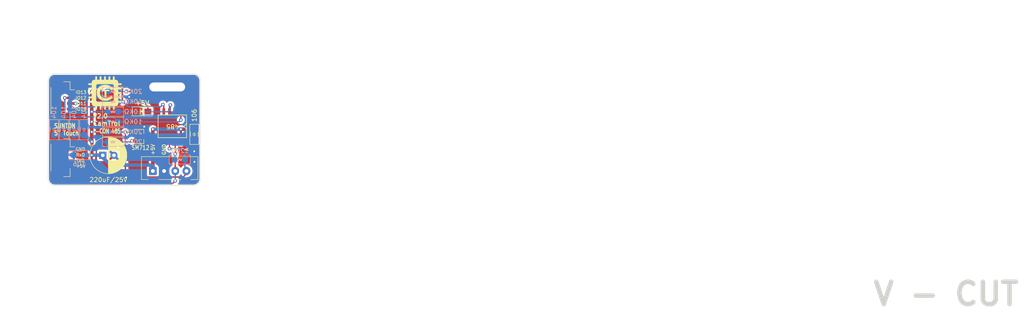
<source format=kicad_pcb>
(kicad_pcb (version 20240108) (generator "pcbnew") (generator_version "8.0")
  (layers (0 "F.Cu" signal) (31 "B.Cu" signal) (34 "B.Paste" user) (35 "F.Paste" user) (36 "B.SilkS" user "B.Silkscreen") (37 "F.SilkS" user "F.Silkscreen") (38 "B.Mask" user) (39 "F.Mask" user) (44 "Edge.Cuts" user))
  (net 0 "")
  (net 1 "GNDPWR")
  (net 2 "Net-(D6-A)")
  (net 3 "+5V")
  (net 4 "/485-B")
  (net 5 "/485-A")
  (net 8 "Net-(J4-Pin_3)")
  (net 9 "Net-(J4-Pin_2)")
  (net 10 "Net-(J4-Pin_1)")
  (footprint "Connector_JST:JST_GH_SM04B-GHS-TB_1x04-1MP_P1.25mm_Horizontal" (layer "F.Cu") (at 42.56 63.01 -90)
    (property "Reference" "J1" (hide yes))
    (property "Value" "Conn_01x04_Pin" (hide yes))
    (property "필드7" "+5V" (at 1.875 -2.93 0) (layer "F.SilkS") (effects (font (size 0.7 0.7) (thickness 0.12)) (justify left)))
    (property "필드8" "TxD" (at 0.625 -3.03 0) (layer "F.SilkS") (effects (font (size 0.7 0.7) (thickness 0.12)) (justify left)))
    (property "필드9" "RxD" (at -0.625 -2.979047 0) (layer "F.SilkS") (effects (font (size 0.7 0.7) (thickness 0.12)) (justify left)))
    (property "필드10" "GND" (at -1.88 -2.86 0) (layer "F.SilkS") (effects (font (size 0.7 0.7) (thickness 0.12)) (justify left)))
    (pad "1" smd roundrect (at -1.875 -1.85 270) (size 0.6 1.7) (layers "F.Cu" "F.Paste" "F.Mask") (net 1 "GNDPWR"))
    (pad "2" smd roundrect (at -0.625 -1.85 270) (size 0.6 1.7) (layers "F.Cu" "F.Paste" "F.Mask"))
    (pad "3" smd roundrect (at 0.625 -1.85 270) (size 0.6 1.7) (layers "F.Cu" "F.Paste" "F.Mask"))
    (pad "4" smd roundrect (at 1.875 -1.85 270) (size 0.6 1.7) (layers "F.Cu" "F.Paste" "F.Mask") (net 3 "+5V"))
    (pad "MP" smd roundrect (at -3.725 1.35 270) (size 1 2.7) (layers "F.Cu" "F.Paste" "F.Mask") (net 1 "GNDPWR"))
    (pad "MP" smd roundrect (at 3.725 1.35 270) (size 1 2.7) (layers "F.Cu" "F.Paste" "F.Mask") (net 1 "GNDPWR"))
  )
  (footprint "Server.pretty:MAX485" (layer "F.Cu") (at 67.095 56 -90)
    (property "Reference" "U4" (hide yes))
    (property "Value" "485" (at 0.05 -0.055 180) (layer "F.SilkS"))
    (pad "1" smd roundrect (at -3.175 -1.905 270) (size 1.75 0.6) (layers "F.Cu" "F.Paste" "F.Mask") (roundrect_rratio 0.273) (net 9 "Net-(J4-Pin_2)"))
    (pad "2" smd roundrect (at -3.175 -0.635 270) (size 1.75 0.6) (layers "F.Cu" "F.Paste" "F.Mask") (roundrect_rratio 0.273) (net 8 "Net-(J4-Pin_3)"))
    (pad "3" smd roundrect (at -3.175 0.635 270) (size 1.75 0.6) (layers "F.Cu" "F.Paste" "F.Mask") (roundrect_rratio 0.273) (net 8 "Net-(J4-Pin_3)"))
    (pad "4" smd roundrect (at -3.175 1.905 270) (size 1.75 0.6) (layers "F.Cu" "F.Paste" "F.Mask") (roundrect_rratio 0.273) (net 10 "Net-(J4-Pin_1)"))
    (pad "5" smd roundrect (at 3.175 1.905 270) (size 1.75 0.6) (layers "F.Cu" "F.Paste" "F.Mask") (roundrect_rratio 0.273) (net 1 "GNDPWR"))
    (pad "6" smd roundrect (at 3.175 0.635 270) (size 1.75 0.6) (layers "F.Cu" "F.Paste" "F.Mask") (roundrect_rratio 0.273) (net 5 "/485-A"))
    (pad "7" smd roundrect (at 3.175 -0.635 270) (size 1.75 0.6) (layers "F.Cu" "F.Paste" "F.Mask") (roundrect_rratio 0.273) (net 4 "/485-B"))
    (pad "8" smd roundrect (at 3.175 -1.905 270) (size 1.75 0.6) (layers "F.Cu" "F.Paste" "F.Mask") (roundrect_rratio 0.273) (net 3 "+5V"))
  )
  (footprint "Server.pretty:XH2.54-4P" (layer "F.Cu") (at 66.56 66)
    (property "Reference" "J11" (hide yes))
    (property "Value" "5267-04P" (hide yes))
    (pad "1" thru_hole roundrect (at -3.81 0) (size 1.7 1.85) (drill 0.85) (layers "*.Cu" "*.Mask") (roundrect_rratio 0.147) (net 3 "+5V"))
    (pad "2" thru_hole oval (at -1.31 0) (size 1.7 1.85) (drill 0.85) (layers "*.Cu" "*.Mask") (net 1 "GNDPWR"))
    (pad "3" thru_hole oval (at 1.19 0) (size 1.7 1.85) (drill 0.85) (layers "*.Cu" "*.Mask") (net 4 "/485-B"))
    (pad "4" thru_hole oval (at 3.69 0) (size 1.7 1.85) (drill 0.85) (layers "*.Cu" "*.Mask") (net 5 "/485-A") (thermal_bridge_width 0.5))
  )
  (footprint "Server.pretty:LM-CON-PAD" (layer "F.Cu") (at 65.95 47.2)
    (property "Reference" "J3" (hide yes))
    (property "Value" "Conn_01x01_Pin" (hide yes))
    (pad "1" thru_hole oval (at 0 0) (size 12 5) (drill oval 8 2) (layers "*.Cu" "*.Mask") (net 1 "GNDPWR"))
  )
  (footprint "Connector_JST:JST_GH_SM04B-GHS-TB_1x04-1MP_P1.25mm_Horizontal" (layer "F.Cu") (at 42.55 50.27 -90)
    (property "Reference" "J4" (hide yes))
    (property "Value" "Conn_01x04_Pin" (hide yes))
    (property "필드7" "IO13" (at -1.875 -2.87 0) (layer "F.SilkS") (effects (font (size 0.7 0.7) (thickness 0.12)) (justify left)))
    (property "필드8" "IO12" (at -0.625 -2.87 0) (layer "F.SilkS") (effects (font (size 0.7 0.7) (thickness 0.12)) (justify left)))
    (property "필드9" "IO11" (at 0.625 -2.87 0) (layer "F.SilkS") (effects (font (size 0.7 0.7) (thickness 0.12)) (justify left)))
    (property "필드10" "IO19" (at 1.875 -2.87 0) (layer "F.SilkS") (effects (font (size 0.7 0.7) (thickness 0.12)) (justify left)))
    (pad "1" smd roundrect (at -1.875 -1.85 270) (size 0.6 1.7) (layers "F.Cu" "F.Paste" "F.Mask") (net 10 "Net-(J4-Pin_1)"))
    (pad "2" smd roundrect (at -0.625 -1.85 270) (size 0.6 1.7) (layers "F.Cu" "F.Paste" "F.Mask") (net 9 "Net-(J4-Pin_2)"))
    (pad "3" smd roundrect (at 0.625 -1.85 270) (size 0.6 1.7) (layers "F.Cu" "F.Paste" "F.Mask") (net 8 "Net-(J4-Pin_3)"))
    (pad "4" smd roundrect (at 1.875 -1.85 270) (size 0.6 1.7) (layers "F.Cu" "F.Paste" "F.Mask"))
    (pad "MP" smd roundrect (at -3.725 1.35 270) (size 1 2.7) (layers "F.Cu" "F.Paste" "F.Mask") (net 1 "GNDPWR"))
    (pad "MP" smd roundrect (at 3.725 1.35 270) (size 1 2.7) (layers "F.Cu" "F.Paste" "F.Mask") (net 1 "GNDPWR"))
  )
  (footprint "Server.pretty:C_0805_HandSoldering" (layer "F.Cu") (at 72 57.8 -90)
    (property "Reference" "C3" (hide yes))
    (property "Value" "106" (at -4.25 0 90) (layer "F.SilkS"))
    (pad "1" smd roundrect (at -1.2 0 270) (size 1.5 1.25) (layers "F.Cu" "F.Paste" "F.Mask") (net 3 "+5V"))
    (pad "2" smd roundrect (at 1.2 0 270) (size 1.5 1.25) (layers "F.Cu" "F.Paste" "F.Mask") (net 1 "GNDPWR") (thermal_bridge_width 0.5))
  )
  (footprint "Server:SOT-23" (layer "F.Cu") (at 59.975 58.275)
    (property "Reference" "D1" (hide yes))
    (property "Value" "SM712" (at 0 2.5 0) (layer "F.SilkS") (effects (font (size 1 0.8))))
    (pad "1" smd rect (at -1 -0.95) (size 1.1 1) (layers "F.Cu" "F.Paste" "F.Mask") (net 5 "/485-A"))
    (pad "2" smd rect (at -1 0.95) (size 1.1 1) (layers "F.Cu" "F.Paste" "F.Mask") (net 4 "/485-B"))
    (pad "3" smd rect (at 1 0) (size 1.1 1) (layers "F.Cu" "F.Paste" "F.Mask") (net 1 "GNDPWR"))
  )
  (footprint "Server.pretty:LED_0805" (layer "F.Cu") (at 60.39 52.67)
    (property "Reference" "D6" (hide yes))
    (property "Value" "+5V" (at 0 -1.87 0) (layer "F.SilkS") (effects (font (thickness 0.2) (bold yes))))
    (pad "1" smd rect (at -1.25 0) (size 1.5 1.25) (layers "F.Cu" "F.Paste" "F.Mask") (net 1 "GNDPWR") (thermal_bridge_width 0.3))
    (pad "2" smd rect (at 1.25 0) (size 1.5 1.25) (layers "F.Cu" "F.Paste" "F.Mask") (net 2 "Net-(D6-A)"))
  )
  (footprint "Server.pretty:logo" (layer "F.Cu") (at 52.07 48.514)
    (property "Reference" "G***" (hide yes))
    (property "Value" "LOGO" (hide yes))
  )
  (footprint "Capacitor_THT:CP_Radial_D8.0mm_P2.50mm" (layer "F.Cu") (at 51.562 62.484)
    (property "Reference" "C7" (hide yes))
    (property "Value" "220uF/25V" (at 1.248 5.486 0) (layer "F.SilkS"))
    (pad "1" thru_hole rect (at 0 0) (size 1.6 1.6) (drill 0.8) (layers "*.Cu" "*.Mask") (net 3 "+5V"))
    (pad "2" thru_hole circle (at 2.5 0) (size 1.6 1.6) (drill 0.8) (layers "*.Cu" "*.Mask") (net 1 "GNDPWR"))
  )
  (footprint "Server.pretty:R_0805_HandSoldering" (layer "B.Cu") (at 53.85 55 180)
    (property "Reference" "R43" (hide yes))
    (property "Value" "10KΩ" (at -4.5 0 0) (layer "B.SilkS") (effects (justify mirror)))
    (pad "1" smd roundrect (at -1.15 0 180) (size 1.3 1.3) (layers "B.Cu" "B.Paste" "B.Mask") (net 9 "Net-(J4-Pin_2)") (thermal_bridge_width 0.5))
    (pad "2" smd roundrect (at 1.15 0 180) (size 1.3 1.3) (layers "B.Cu" "B.Paste" "B.Mask") (net 3 "+5V") (thermal_bridge_width 0.5))
  )
  (footprint "Server.pretty:R_0805_HandSoldering" (layer "B.Cu") (at 53.85 59.5 180)
    (property "Reference" "R44" (hide yes))
    (property "Value" "20KΩ" (at -4.5 0 0) (layer "B.SilkS") (effects (justify mirror)))
    (pad "1" smd roundrect (at -1.15 0 180) (size 1.3 1.3) (layers "B.Cu" "B.Paste" "B.Mask") (net 4 "/485-B") (thermal_bridge_width 0.5))
    (pad "2" smd roundrect (at 1.15 0 180) (size 1.3 1.3) (layers "B.Cu" "B.Paste" "B.Mask") (net 1 "GNDPWR") (thermal_bridge_width 0.5))
  )
  (footprint "Server.pretty:C_0805_HandSoldering" (layer "B.Cu") (at 40.65 56.75 -90)
    (property "Reference" "C6" (hide yes))
    (property "Value" "104" (at -3.85 0 90) (layer "B.SilkS") (effects (justify mirror)))
    (pad "1" smd roundrect (at -1.2 0 270) (size 1.5 1.25) (layers "B.Cu" "B.Paste" "B.Mask") (net 1 "GNDPWR"))
    (pad "2" smd roundrect (at 1.2 0 270) (size 1.5 1.25) (layers "B.Cu" "B.Paste" "B.Mask") (net 3 "+5V") (thermal_bridge_width 0.5))
  )
  (footprint "Server.pretty:R_0805_HandSoldering" (layer "B.Cu") (at 53.83 48.23)
    (property "Reference" "R10" (hide yes))
    (property "Value" "20KΩ" (at 4.52 0 0) (layer "B.SilkS") (effects (justify mirror)))
    (pad "1" smd roundrect (at -1.15 0) (size 1.3 1.3) (layers "B.Cu" "B.Paste" "B.Mask") (net 3 "+5V") (thermal_bridge_width 0.5))
    (pad "2" smd roundrect (at 1.15 0) (size 1.3 1.3) (layers "B.Cu" "B.Paste" "B.Mask") (net 2 "Net-(D6-A)") (thermal_bridge_width 0.5))
  )
  (footprint "Server.pretty:C_0805_HandSoldering" (layer "B.Cu") (at 47.4 56.75 -90)
    (property "Reference" "C2" (hide yes))
    (property "Value" "104" (at -3.85 0 90) (layer "B.SilkS") (effects (justify mirror)))
    (pad "1" smd roundrect (at -1.2 0 270) (size 1.5 1.25) (layers "B.Cu" "B.Paste" "B.Mask") (net 1 "GNDPWR"))
    (pad "2" smd roundrect (at 1.2 0 270) (size 1.5 1.25) (layers "B.Cu" "B.Paste" "B.Mask") (net 3 "+5V") (thermal_bridge_width 0.5))
  )
  (footprint "Server.pretty:C_0805_HandSoldering" (layer "B.Cu") (at 42.9 56.75 -90)
    (property "Reference" "C5" (hide yes))
    (property "Value" "104" (at -3.85 0 90) (layer "B.SilkS") (effects (justify mirror)))
    (pad "1" smd roundrect (at -1.2 0 270) (size 1.5 1.25) (layers "B.Cu" "B.Paste" "B.Mask") (net 1 "GNDPWR"))
    (pad "2" smd roundrect (at 1.2 0 270) (size 1.5 1.25) (layers "B.Cu" "B.Paste" "B.Mask") (net 3 "+5V") (thermal_bridge_width 0.5))
  )
  (footprint "Server.pretty:C_0805_HandSoldering" (layer "B.Cu") (at 45.15 56.75 -90)
    (property "Reference" "C4" (hide yes))
    (property "Value" "104" (at -3.85 0 90) (layer "B.SilkS") (effects (justify mirror)))
    (pad "1" smd roundrect (at -1.2 0 270) (size 1.5 1.25) (layers "B.Cu" "B.Paste" "B.Mask") (net 1 "GNDPWR"))
    (pad "2" smd roundrect (at 1.2 0 270) (size 1.5 1.25) (layers "B.Cu" "B.Paste" "B.Mask") (net 3 "+5V") (thermal_bridge_width 0.5))
  )
  (footprint "Server.pretty:R_0805_HandSoldering" (layer "B.Cu") (at 53.85 57.25)
    (property "Reference" "R46" (hide yes))
    (property "Value" "20KΩ" (at 4.5 0 0) (layer "B.SilkS") (effects (justify mirror)))
    (pad "1" smd roundrect (at -1.15 0) (size 1.3 1.3) (layers "B.Cu" "B.Paste" "B.Mask") (net 3 "+5V") (thermal_bridge_width 0.5))
    (pad "2" smd roundrect (at 1.15 0) (size 1.3 1.3) (layers "B.Cu" "B.Paste" "B.Mask") (net 5 "/485-A") (thermal_bridge_width 0.5))
  )
  (footprint "Server.pretty:R_0805_HandSoldering" (layer "B.Cu") (at 53.85 50.5 180)
    (property "Reference" "R41" (hide yes))
    (property "Value" "10KΩ" (at -4.5 0 0) (layer "B.SilkS") (effects (justify mirror)))
    (pad "1" smd roundrect (at -1.15 0 180) (size 1.3 1.3) (layers "B.Cu" "B.Paste" "B.Mask") (net 10 "Net-(J4-Pin_1)") (thermal_bridge_width 0.5))
    (pad "2" smd roundrect (at 1.15 0 180) (size 1.3 1.3) (layers "B.Cu" "B.Paste" "B.Mask") (net 3 "+5V") (thermal_bridge_width 0.5))
  )
  (footprint "Server.pretty:C_0805_HandSoldering" (layer "B.Cu") (at 46.3 62.45 180)
    (property "Reference" "C1" (hide yes))
    (property "Value" "106" (at 0 -1.95 0) (layer "B.SilkS") (effects (justify mirror)))
    (pad "1" smd roundrect (at -1.2 0 180) (size 1.5 1.25) (layers "B.Cu" "B.Paste" "B.Mask") (net 3 "+5V"))
    (pad "2" smd roundrect (at 1.2 0 180) (size 1.5 1.25) (layers "B.Cu" "B.Paste" "B.Mask") (net 1 "GNDPWR") (thermal_bridge_width 0.5))
  )
  (footprint "Server.pretty:R_0805_HandSoldering" (layer "B.Cu") (at 68.75 63.45 180)
    (property "Reference" "R45" (hide yes))
    (property "Value" "120Ω" (at 0 1.95 0) (layer "B.SilkS") (effects (justify mirror)))
    (pad "1" smd roundrect (at -1.15 0 180) (size 1.3 1.3) (layers "B.Cu" "B.Paste" "B.Mask") (net 5 "/485-A") (thermal_bridge_width 0.5))
    (pad "2" smd roundrect (at 1.15 0 180) (size 1.3 1.3) (layers "B.Cu" "B.Paste" "B.Mask") (net 4 "/485-B") (thermal_bridge_width 0.5))
  )
  (footprint "Server.pretty:R_0805_HandSoldering" (layer "B.Cu") (at 53.85 52.75 180)
    (property "Reference" "R42" (hide yes))
    (property "Value" "10KΩ" (at -4.5 0 0) (layer "B.SilkS") (effects (justify mirror)))
    (pad "1" smd roundrect (at -1.15 0 180) (size 1.3 1.3) (layers "B.Cu" "B.Paste" "B.Mask") (net 8 "Net-(J4-Pin_3)") (thermal_bridge_width 0.5))
    (pad "2" smd roundrect (at 1.15 0 180) (size 1.3 1.3) (layers "B.Cu" "B.Paste" "B.Mask") (net 3 "+5V") (thermal_bridge_width 0.5))
  )
  (gr_arc (start 39.35 45.75) (mid 39.78934 44.68934) (end 40.85 44.25) (stroke (width 0.1)) (layer "Edge.Cuts"))
  (gr_line (start 39.35 67.75) (end 39.35 45.75) (stroke (width 0.1)) (layer "Edge.Cuts"))
  (gr_line (start 40.85 44.25) (end 71.85 44.25) (stroke (width 0.1)) (layer "Edge.Cuts"))
  (gr_arc (start 73.35 67.75) (mid 72.91066 68.81066) (end 71.85 69.25) (stroke (width 0.1)) (layer "Edge.Cuts"))
  (gr_arc (start 71.85 44.25) (mid 72.91066 44.68934) (end 73.35 45.75) (stroke (width 0.1)) (layer "Edge.Cuts"))
  (gr_line (start 73.35 45.75) (end 73.35 67.75) (stroke (width 0.1)) (layer "Edge.Cuts"))
  (gr_arc (start 40.85 69.25) (mid 39.78934 68.81066) (end 39.35 67.75) (stroke (width 0.1)) (layer "Edge.Cuts"))
  (gr_line (start 40.85 69.25) (end 71.85 69.25) (stroke (width 0.1)) (layer "Edge.Cuts"))
  (gr_text "SUNTON\n5{dblquote} Touch" (at 40.6 56.72 0) (layer "F.SilkS") (effects (font (size 1 0.8) (thickness 0.2) (bold yes)) (justify left)))
  (gr_text "+5V" (at 62.75 62.5 90) (layer "F.SilkS") (effects (font (size 0.8 0.8)) (justify left)))
  (gr_text "CamTrol" (at 49.276 55.372 0) (layer "F.SilkS") (effects (font (size 1 1) (thickness 0.2) (bold yes)) (justify left)))
  (gr_text "A" (at 70.25 61.623809 90) (layer "F.SilkS") (effects (font (size 0.8 0.8)) (justify left)))
  (gr_text "V2.0" (at 49.276 53.712 0) (layer "F.SilkS") (effects (font (size 1 1) (thickness 0.2) (bold yes)) (justify left)))
  (gr_text "L-CON 485" (at 49.276 57.092 0) (layer "F.SilkS") (effects (font (size 1 0.7) (thickness 0.175) (bold yes)) (justify left)))
  (gr_text "GND" (at 65.25 62.5 90) (layer "F.SilkS") (effects (font (size 0.8 0.8)) (justify left)))
  (gr_text "B" (at 67.75 61.680952 90) (layer "F.SilkS") (effects (font (size 0.8 0.8)) (justify left)))
  (gr_text "V - CUT" (at 223.14 96.43 0) (layer "Edge.Cuts") (effects (font (size 5 5) (thickness 1) (bold yes)) (justify left bottom)))
  (via (at 72.05 63.95) (size 0.8) (drill 0.4) (layers "F.Cu" "B.Cu") (net 1))
  (via (at 72 61.6) (size 0.8) (drill 0.4) (layers "F.Cu" "B.Cu") (net 1))
  (via (at 60.825 56.075) (size 0.8) (drill 0.4) (layers "F.Cu" "B.Cu") (net 1))
  (via (at 57.47 49.42) (size 0.8) (drill 0.4) (layers "F.Cu" "B.Cu") (net 1))
  (via (at 56.75 67.44) (size 0.8) (drill 0.4) (layers "F.Cu" "B.Cu") (net 1))
  (segment (start 56.81 48.23) (end 58.33 48.23) (width 0.3) (layer "F.Cu") (net 2))
  (segment (start 61.64 51.54) (end 61.64 52.67) (width 0.3) (layer "F.Cu") (net 2))
  (segment (start 58.33 48.23) (end 61.64 51.54) (width 0.3) (layer "F.Cu") (net 2))
  (via (at 56.81 48.23) (size 0.8) (drill 0.4) (layers "F.Cu" "B.Cu") (net 2))
  (segment (start 56.81 48.23) (end 54.98 48.23) (width 0.3) (layer "B.Cu") (net 2))
  (segment (start 49.1 59.45) (end 49.1 57.25) (width 0.8) (layer "F.Cu") (net 3))
  (segment (start 69 56.65) (end 69 59.175) (width 0.5) (layer "F.Cu") (net 3))
  (segment (start 49.1 57.25) (end 49.1 54.99) (width 0.8) (layer "F.Cu") (net 3))
  (segment (start 72 56.6) (end 71.95 56.65) (width 0.8) (layer "F.Cu") (net 3))
  (segment (start 48.475 64.885) (end 49.1 64.26) (width 0.5) (layer "F.Cu") (net 3))
  (segment (start 49.1 64.26) (end 49.1 62.45) (width 0.5) (layer "F.Cu") (net 3))
  (segment (start 44.41 64.885) (end 48.475 64.885) (width 0.5) (layer "F.Cu") (net 3))
  (segment (start 49.1 54.99) (end 49.1 52.75) (width 0.8) (layer "F.Cu") (net 3))
  (segment (start 49.1 50.5) (end 49.1 48.23) (width 0.8) (layer "F.Cu") (net 3))
  (segment (start 71.95 56.65) (end 69 56.65) (width 0.8) (layer "F.Cu") (net 3))
  (segment (start 62.75 66) (end 62.75 62.45) (width 0.8) (layer "F.Cu") (net 3))
  (segment (start 49.1 52.75) (end 49.1 50.5) (width 0.8) (layer "F.Cu") (net 3))
  (segment (start 49.1 62.45) (end 49.1 59.45) (width 0.8) (layer "F.Cu") (net 3))
  (segment (start 62.75 62.45) (end 62.75 56.65) (width 0.8) (layer "F.Cu") (net 3))
  (via (at 49.1 59.45) (size 0.8) (drill 0.4) (layers "F.Cu" "B.Cu") (net 3))
  (via (at 49.1 48.23) (size 0.8) (drill 0.4) (layers "F.Cu" "B.Cu") (net 3))
  (via (at 49.1 54.99) (size 0.8) (drill 0.4) (layers "F.Cu" "B.Cu") (net 3))
  (via (at 49.1 57.25) (size 0.8) (drill 0.4) (layers "F.Cu" "B.Cu") (net 3))
  (via (at 49.1 50.5) (size 0.8) (drill 0.4) (layers "F.Cu" "B.Cu") (net 3))
  (via (at 62.75 56.65) (size 0.8) (drill 0.4) (layers "F.Cu" "B.Cu") (net 3))
  (via (at 49.1 52.75) (size 0.8) (drill 0.4) (layers "F.Cu" "B.Cu") (net 3))
  (via (at 69 56.65) (size 0.8) (drill 0.4) (layers "F.Cu" "B.Cu") (net 3))
  (via (at 49.1 62.45) (size 0.8) (drill 0.4) (layers "F.Cu" "B.Cu") (net 3))
  (segment (start 62.75 65.07) (end 62.75 66) (width 0.8) (layer "B.Cu") (net 3))
  (segment (start 49.11 55) (end 52.7 55) (width 0.3) (layer "B.Cu") (net 3))
  (segment (start 42.9 57.95) (end 40.65 57.95) (width 0.8) (layer "B.Cu") (net 3))
  (segment (start 62.35 64.67) (end 62.75 65.07) (width 0.8) (layer "B.Cu") (net 3))
  (segment (start 49.1 59.45) (end 47.6 57.95) (width 0.8) (layer "B.Cu") (net 3))
  (segment (start 53.24 64.67) (end 62.35 64.67) (width 0.8) (layer "B.Cu") (net 3))
  (segment (start 49.1 62.45) (end 51.528 62.45) (width 0.8) (layer "B.Cu") (net 3))
  (segment (start 51.562 62.992) (end 53.24 64.67) (width 0.8) (layer "B.Cu") (net 3))
  (segment (start 52.68 48.23) (end 49.1 48.23) (width 0.3) (layer "B.Cu") (net 3))
  (segment (start 47.5 62.45) (end 49.1 62.45) (width 0.8) (layer "B.Cu") (net 3))
  (segment (start 52.7 57.25) (end 49.1 57.25) (width 0.3) (layer "B.Cu") (net 3))
  (segment (start 45.15 57.95) (end 42.9 57.95) (width 0.8) (layer "B.Cu") (net 3))
  (segment (start 62.75 56.65) (end 69 56.65) (width 0.8) (layer "B.Cu") (net 3))
  (segment (start 52.7 52.75) (end 49.1 52.75) (width 0.3) (layer "B.Cu") (net 3))
  (segment (start 51.562 62.484) (end 51.562 62.992) (width 0.8) (layer "B.Cu") (net 3))
  (segment (start 51.528 62.45) (end 51.562 62.484) (width 0.8) (layer "B.Cu") (net 3))
  (segment (start 49.1 54.99) (end 49.11 55) (width 0.3) (layer "B.Cu") (net 3))
  (segment (start 52.7 50.5) (end 49.1 50.5) (width 0.3) (layer "B.Cu") (net 3))
  (segment (start 47.6 57.95) (end 45.15 57.95) (width 0.8) (layer "B.Cu") (net 3))
  (segment (start 55.48 61.18) (end 55 60.7) (width 0.3) (layer "F.Cu") (net 4))
  (segment (start 55.48 67.78) (end 55.48 61.18) (width 0.3) (layer "F.Cu") (net 4))
  (segment (start 67.75 68.19) (end 67.12 68.82) (width 0.3) (layer "F.Cu") (net 4))
  (segment (start 67.12 68.82) (end 56.52 68.82) (width 0.3) (layer "F.Cu") (net 4))
  (segment (start 67.75 59.195) (end 67.75 62.2) (width 0.3) (layer "F.Cu") (net 4))
  (segment (start 67.75 62.2) (end 67.75 66) (width 0.3) (layer "F.Cu") (net 4))
  (segment (start 67.73 59.175) (end 67.75 59.195) (width 0.3) (layer "F.Cu") (net 4))
  (segment (start 58.95 59.25) (end 58.975 59.225) (width 0.3) (layer "F.Cu") (net 4))
  (segment (start 58.025 59.25) (end 58.95 59.25) (width 0.3) (layer "F.Cu") (net 4))
  (segment (start 56.52 68.82) (end 55.48 67.78) (width 0.3) (layer "F.Cu") (net 4))
  (via (at 58.025 59.25) (size 0.8) (drill 0.4) (layers "F.Cu" "B.Cu") (net 4))
  (via (at 67.75 68.19) (size 0.8) (drill 0.4) (layers "F.Cu" "B.Cu") (net 4))
  (via (at 67.75 62.2) (size 0.8) (drill 0.4) (layers "F.Cu" "B.Cu") (net 4))
  (via (at 55 60.7) (size 0.8) (drill 0.4) (layers "F.Cu" "B.Cu") (net 4))
  (segment (start 57.775 59.5) (end 58.025 59.25) (width 0.3) (layer "B.Cu") (net 4))
  (segment (start 67.6 62.35) (end 67.75 62.2) (width 0.3) (layer "B.Cu") (net 4))
  (segment (start 55 60.7) (end 55 59.5) (width 0.3) (layer "B.Cu") (net 4))
  (segment (start 55 59.5) (end 57.775 59.5) (width 0.3) (layer "B.Cu") (net 4))
  (segment (start 67.75 68.19) (end 67.75 66) (width 0.3) (layer "B.Cu") (net 4))
  (segment (start 67.6 63.45) (end 67.6 62.35) (width 0.3) (layer "B.Cu") (net 4))
  (segment (start 58.975 57.325) (end 56.625 57.325) (width 0.25) (layer "F.Cu") (net 5))
  (segment (start 56.62 57.32) (end 56.62 65.72) (width 0.3) (layer "F.Cu") (net 5))
  (segment (start 56.6 57.3) (end 56.62 57.32) (width 0.3) (layer "F.Cu") (net 5))
  (segment (start 56.625 57.325) (end 56.6 57.3) (width 0.25) (layer "F.Cu") (net 5))
  (segment (start 58.24 67.34) (end 69.53 67.34) (width 0.3) (layer "F.Cu") (net 5))
  (segment (start 66.46 60.99) (end 66.45 61) (width 0.3) (layer "F.Cu") (net 5))
  (segment (start 69.53 67.34) (end 70.25 66.62) (width 0.3) (layer "F.Cu") (net 5))
  (segment (start 70.25 66.62) (end 70.25 66) (width 0.3) (layer "F.Cu") (net 5))
  (segment (start 66.46 59.175) (end 66.46 60.99) (width 0.3) (layer "F.Cu") (net 5))
  (segment (start 56.62 65.72) (end 58.24 67.34) (width 0.3) (layer "F.Cu") (net 5))
  (via (at 56.6 57.3) (size 0.8) (drill 0.4) (layers "F.Cu" "B.Cu") (net 5))
  (via (at 66.45 61) (size 0.8) (drill 0.4) (layers "F.Cu" "B.Cu") (net 5))
  (segment (start 69.5 61) (end 69.9 61.4) (width 0.3) (layer "B.Cu") (net 5))
  (segment (start 69.9 61.4) (end 69.9 63.45) (width 0.3) (layer "B.Cu") (net 5))
  (segment (start 56.6 57.3) (end 55.05 57.3) (width 0.3) (layer "B.Cu") (net 5))
  (segment (start 69.9 65.65) (end 70.25 66) (width 0.3) (layer "B.Cu") (net 5))
  (segment (start 66.45 61) (end 69.5 61) (width 0.3) (layer "B.Cu") (net 5))
  (segment (start 69.9 63.45) (end 69.9 65.65) (width 0.3) (layer "B.Cu") (net 5))
  (segment (start 55.05 57.3) (end 55 57.25) (width 0.3) (layer "B.Cu") (net 5))
  (segment (start 66.46 52.825) (end 67.73 52.825) (width 0.3) (layer "F.Cu") (net 8))
  (segment (start 66.46 51.44) (end 66.46 52.825) (width 0.3) (layer "F.Cu") (net 8))
  (segment (start 44.405 50.89) (end 44.4 50.895) (width 0.3) (layer "F.Cu") (net 8))
  (segment (start 66.655 51.245) (end 66.46 51.44) (width 0.3) (layer "F.Cu") (net 8))
  (segment (start 45.49 50.89) (end 44.405 50.89) (width 0.3) (layer "F.Cu") (net 8))
  (via (at 45.49 50.89) (size 0.8) (drill 0.4) (layers "F.Cu" "B.Cu") (net 8))
  (via (at 66.655 51.245) (size 0.8) (drill 0.4) (layers "F.Cu" "B.Cu") (net 8))
  (segment (start 66.65 51.25) (end 66.65 52.25) (width 0.3) (layer "B.Cu") (net 8))
  (segment (start 66.15 52.75) (end 55 52.75) (width 0.3) (layer "B.Cu") (net 8))
  (segment (start 66.65 52.25) (end 66.15 52.75) (width 0.3) (layer "B.Cu") (net 8))
  (segment (start 53.88 51.63) (end 47.79 51.63) (width 0.3) (layer "B.Cu") (net 8))
  (segment (start 55 52.75) (end 53.88 51.63) (width 0.3) (layer "B.Cu") (net 8))
  (segment (start 47.79 51.63) (end 47.05 50.89) (width 0.3) (layer "B.Cu") (net 8))
  (segment (start 47.05 50.89) (end 45.49 50.89) (width 0.3) (layer "B.Cu") (net 8))
  (segment (start 66.655 51.245) (end 66.65 51.25) (width 0.3) (layer "B.Cu") (net 8))
  (segment (start 43.09 49.65) (end 44.395 49.65) (width 0.3) (layer "F.Cu") (net 9))
  (segment (start 69 54.59) (end 69 52.825) (width 0.3) (layer "F.Cu") (net 9))
  (segment (start 44.395 49.65) (end 44.4 49.645) (width 0.3) (layer "F.Cu") (net 9))
  (via (at 69 54.59) (size 0.8) (drill 0.4) (layers "F.Cu" "B.Cu") (net 9))
  (via (at 43.09 49.65) (size 0.8) (drill 0.4) (layers "F.Cu" "B.Cu") (net 9))
  (segment (start 55 55) (end 68.59 55) (width 0.3) (layer "B.Cu") (net 9))
  (segment (start 43.09 53.41) (end 43.09 49.65) (width 0.3) (layer "B.Cu") (net 9))
  (segment (start 53.89 53.89) (end 43.57 53.89) (width 0.3) (layer "B.Cu") (net 9))
  (segment (start 55 55) (end 53.89 53.89) (width 0.3) (layer "B.Cu") (net 9))
  (segment (start 68.59 55) (end 69 54.59) (width 0.3) (layer "B.Cu") (net 9))
  (segment (start 43.57 53.89) (end 43.09 53.41) (width 0.3) (layer "B.Cu") (net 9))
  (segment (start 55.9 50.34) (end 56.06 50.5) (width 0.3) (layer "F.Cu") (net 10))
  (segment (start 64.985 51.135) (end 65.19 51.34) (width 0.3) (layer "F.Cu") (net 10))
  (segment (start 65.19 51.34) (end 65.19 52.825) (width 0.3) (layer "F.Cu") (net 10))
  (segment (start 44.4 48.395) (end 44.4 47.53) (width 0.3) (layer "F.Cu") (net 10))
  (segment (start 44.4 47.53) (end 44.79 47.14) (width 0.3) (layer "F.Cu") (net 10))
  (segment (start 44.79 47.14) (end 55.31 47.14) (width 0.3) (layer "F.Cu") (net 10))
  (segment (start 55.9 47.73) (end 55.9 50.34) (width 0.3) (layer "F.Cu") (net 10))
  (segment (start 55.31 47.14) (end 55.9 47.73) (width 0.3) (layer "F.Cu") (net 10))
  (via (at 56.06 50.5) (size 0.8) (drill 0.4) (layers "F.Cu" "B.Cu") (net 10))
  (via (at 64.985 51.135) (size 0.8) (drill 0.4) (layers "F.Cu" "B.Cu") (net 10))
  (segment (start 56.06 50.5) (end 55 50.5) (width 0.3) (layer "B.Cu") (net 10))
  (segment (start 57.16 51.6) (end 56.06 50.5) (width 0.3) (layer "B.Cu") (net 10))
  (segment (start 64.985 51.135) (end 64.52 51.6) (width 0.3) (layer "B.Cu") (net 10))
  (segment (start 64.52 51.6) (end 57.16 51.6) (width 0.3) (layer "B.Cu") (net 10))
  (zone (net 1) (net_name "GNDPWR") (layers "F&B.Cu") (connect_pads (clearance 0.5)) (min_thickness 0.25) (fill yes (thermal_gap 0.5) (thermal_bridge_width 0.5))
    (polygon (pts (xy 39.35 44.25) (xy 73.35 44.25) (xy 73.35 69.25) (xy 39.35 69.25)))
  )
)
</source>
